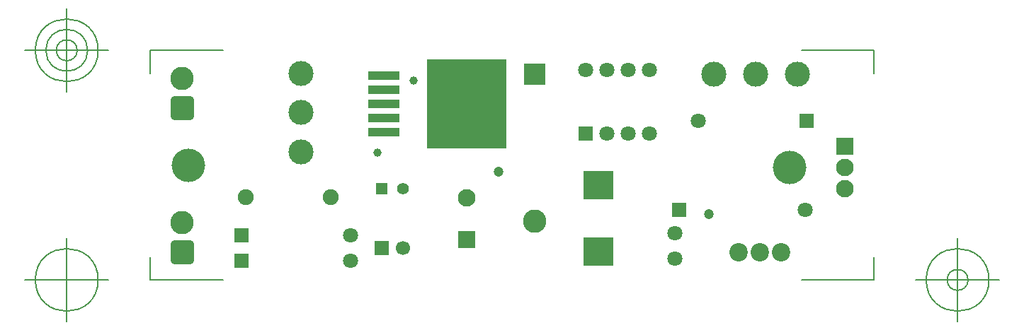
<source format=gbr>
G04 Generated by Ultiboard 14.1 *
%FSLAX34Y34*%
%MOMM*%

%ADD10C,0.0001*%
%ADD11C,0.1270*%
%ADD12C,4.0000*%
%ADD13R,1.8051X1.8051*%
%ADD14C,0.9949*%
%ADD15C,2.8000*%
%ADD16C,2.1000*%
%ADD17R,2.1000X2.1000*%
%ADD18C,1.0000*%
%ADD19C,1.8000*%
%ADD20C,1.9000*%
%ADD21R,2.6000X2.6000*%
%ADD22R,9.4500X10.7500*%
%ADD23R,3.8000X1.0000*%
%ADD24C,3.0000*%
%ADD25C,2.2000*%
%ADD26R,3.6000X3.5000*%
%ADD27C,1.7000*%
%ADD28R,1.7000X1.7000*%
%ADD29C,1.4000*%
%ADD30R,1.4000X1.4000*%
%ADD31R,1.8000X1.8000*%
%ADD32C,1.2000*%


G04 ColorRGB FF00CC for the following layer *
%LNSolder Mask Top*%
%LPD*%
G54D10*
G54D11*
X-2540Y-2540D02*
X-2540Y24968D01*
X-2540Y-2540D02*
X83968Y-2540D01*
X862540Y-2540D02*
X776032Y-2540D01*
X862540Y-2540D02*
X862540Y24968D01*
X862540Y272540D02*
X862540Y245032D01*
X862540Y272540D02*
X776032Y272540D01*
X-2540Y272540D02*
X83968Y272540D01*
X-2540Y272540D02*
X-2540Y245032D01*
X-52540Y-2540D02*
X-152540Y-2540D01*
X-102540Y-52540D02*
X-102540Y47460D01*
X-140040Y-2540D02*
G75*
D01*
G02X-140040Y-2540I37500J0*
G01*
X912540Y-2540D02*
X1012540Y-2540D01*
X962540Y-52540D02*
X962540Y47460D01*
X925040Y-2540D02*
G75*
D01*
G02X925040Y-2540I37500J0*
G01*
X950040Y-2540D02*
G75*
D01*
G02X950040Y-2540I12500J0*
G01*
X-52540Y272540D02*
X-152540Y272540D01*
X-102540Y222540D02*
X-102540Y322540D01*
X-140040Y272540D02*
G75*
D01*
G02X-140040Y272540I37500J0*
G01*
X-127540Y272540D02*
G75*
D01*
G02X-127540Y272540I25000J0*
G01*
X-115040Y272540D02*
G75*
D01*
G02X-115040Y272540I12500J0*
G01*
G54D12*
X43180Y134620D03*
X762000Y132080D03*
G54D13*
X35560Y203200D03*
X35560Y30480D03*
G54D14*
X26535Y194175D02*
X44585Y194175D01*
X44585Y212225D01*
X26535Y212225D01*
X26535Y194175D01*D02*
X26535Y21455D02*
X44585Y21455D01*
X44585Y39505D01*
X26535Y39505D01*
X26535Y21455D01*D02*
G54D15*
X35560Y238760D03*
X35560Y66040D03*
X457200Y67890D03*
G54D16*
X828040Y106680D03*
X828040Y132080D03*
X375920Y95720D03*
G54D17*
X828040Y157480D03*
X375920Y45720D03*
G54D18*
X312420Y236220D03*
X269240Y149860D03*
G54D19*
X624840Y22860D03*
X624840Y53340D03*
X236680Y50800D03*
X236680Y20320D03*
X518160Y248920D03*
X543560Y248920D03*
X543560Y172720D03*
X568960Y248920D03*
X568960Y172720D03*
X594360Y248920D03*
X594360Y172720D03*
X652320Y187960D03*
X779920Y81280D03*
G54D20*
X111760Y96520D03*
X213360Y96520D03*
G54D21*
X457200Y243840D03*
G54D22*
X375860Y208280D03*
G54D23*
X276360Y174280D03*
X276360Y191280D03*
X276360Y208280D03*
X276360Y225280D03*
X276360Y242280D03*
G54D24*
X177800Y151120D03*
X177800Y245120D03*
X177800Y198120D03*
X671360Y243840D03*
X721360Y243840D03*
X771360Y243840D03*
G54D25*
X701040Y30480D03*
X726440Y30480D03*
X751840Y30480D03*
G54D26*
X533400Y111120D03*
X533400Y31120D03*
G54D27*
X299320Y35560D03*
G54D28*
X274320Y35560D03*
G54D29*
X299320Y106680D03*
G54D30*
X274320Y106680D03*
G54D31*
X106680Y50800D03*
X106680Y20320D03*
X518160Y172720D03*
X782320Y187960D03*
X629920Y81280D03*
G54D32*
X414020Y127000D03*
X665480Y76200D03*

M02*

</source>
